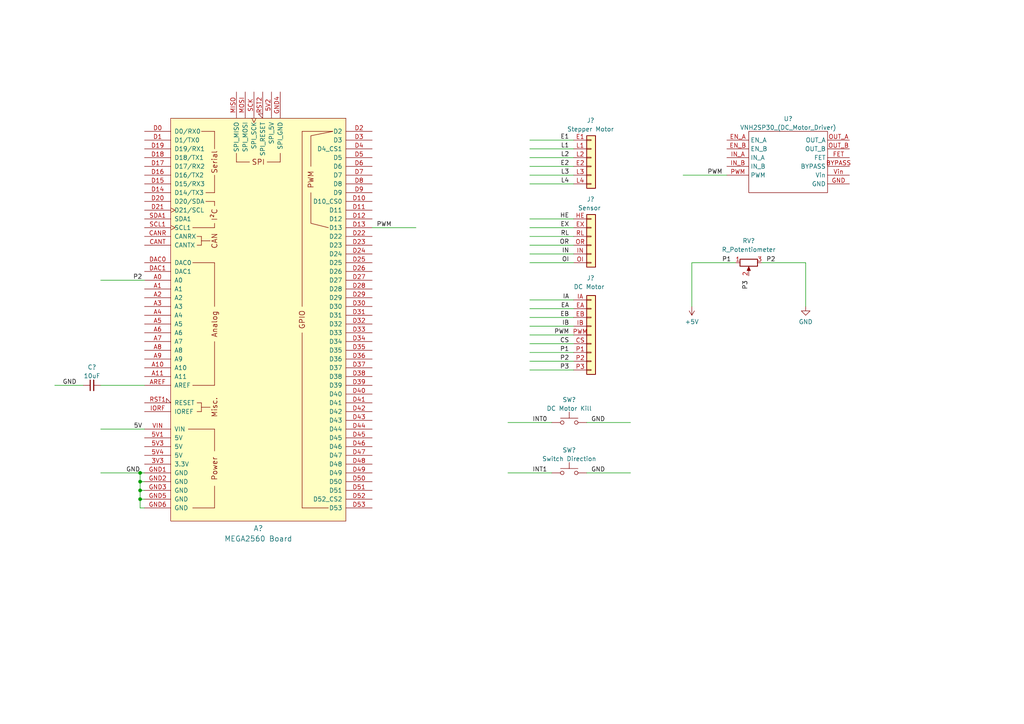
<source format=kicad_sch>
(kicad_sch (version 20211123) (generator eeschema)
  (paper "A4")
  (lib_symbols
    (symbol "Conn_01x06_1" (pin_names (offset 1.016) hide)
      (property "Reference" "J?" (at -1.27 10.795 0))
      (property "Value" "Conn_01x06_1" (at -3.81 8.255 0))
      (symbol "Conn_01x06_1_1_1"
        (rectangle (start -1.27 -7.493) (end 0 -7.747) (stroke (width 0.1524)))
        (rectangle (start -1.27 -4.953) (end 0 -5.207) (stroke (width 0.1524)))
        (rectangle (start -1.27 -2.413) (end 0 -2.667) (stroke (width 0.1524)))
        (rectangle (start -1.27 0.127) (end 0 -0.127) (stroke (width 0.1524)))
        (rectangle (start -1.27 2.667) (end 0 2.413) (stroke (width 0.1524)))
        (rectangle (start -1.27 5.207) (end 0 4.953) (stroke (width 0.1524)))
        (rectangle (start -1.27 6.35) (end 1.27 -8.89) (stroke (width 0.254)) (fill (type background)))
        (pin passive line (at -5.08 2.54 0) (length 3.81) (name "Pin_2") (number "EX"))
        (pin passive line (at -5.08 5.08 0) (length 3.81) (name "Pin_1") (number "HE"))
        (pin passive line (at -5.08 -5.08 0) (length 3.81) (name "Pin_5") (number "IN"))
        (pin passive line (at -5.08 -7.62 0) (length 3.81) (name "Pin_6") (number "OI"))
        (pin passive line (at -5.08 -2.54 0) (length 3.81) (name "Pin_4") (number "OR"))
        (pin passive line (at -5.08 0 0) (length 3.81) (name "Pin_3") (number "RL"))
      )
    )
    (symbol "Connector_Generic:Conn_01x06" (pin_names (offset 1.016) hide)
      (property "Reference" "J?" (at -1.27 10.795 0))
      (property "Value" "Stepper Motor" (at -6.985 8.255 0))
      (symbol "Conn_01x06_1_1"
        (rectangle (start -1.27 -7.493) (end 0 -7.747) (stroke (width 0.1524)))
        (rectangle (start -1.27 -4.953) (end 0 -5.207) (stroke (width 0.1524)))
        (rectangle (start -1.27 -2.413) (end 0 -2.667) (stroke (width 0.1524)))
        (rectangle (start -1.27 0.127) (end 0 -0.127) (stroke (width 0.1524)))
        (rectangle (start -1.27 2.667) (end 0 2.413) (stroke (width 0.1524)))
        (rectangle (start -1.27 5.207) (end 0 4.953) (stroke (width 0.1524)))
        (rectangle (start -1.27 6.35) (end 1.27 -8.89) (stroke (width 0.254)) (fill (type background)))
        (pin passive line (at -5.08 5.08 0) (length 3.81) (name "Pin_1") (number "E1"))
        (pin passive line (at -5.08 -2.54 0) (length 3.81) (name "Pin_4") (number "E2"))
        (pin passive line (at -5.08 2.54 0) (length 3.81) (name "Pin_2") (number "L1"))
        (pin passive line (at -5.08 0 0) (length 3.81) (name "Pin_3") (number "L2"))
        (pin passive line (at -5.08 -5.08 0) (length 3.81) (name "Pin_5") (number "L3"))
        (pin passive line (at -5.08 -7.62 0) (length 3.81) (name "Pin_6") (number "L4"))
      )
    )
    (symbol "Connector_Generic:Conn_01x09" (pin_names (offset 1.016) hide)
      (property "Reference" "J?" (at -1.27 16.51 0))
      (property "Value" "DC Motor" (at -5.08 13.97 0))
      (symbol "Conn_01x09_1_1"
        (rectangle (start -1.27 -10.033) (end 0 -10.287) (stroke (width 0.1524)))
        (rectangle (start -1.27 -7.493) (end 0 -7.747) (stroke (width 0.1524)))
        (rectangle (start -1.27 -4.953) (end 0 -5.207) (stroke (width 0.1524)))
        (rectangle (start -1.27 -2.413) (end 0 -2.667) (stroke (width 0.1524)))
        (rectangle (start -1.27 0.127) (end 0 -0.127) (stroke (width 0.1524)))
        (rectangle (start -1.27 2.667) (end 0 2.413) (stroke (width 0.1524)))
        (rectangle (start -1.27 5.207) (end 0 4.953) (stroke (width 0.1524)))
        (rectangle (start -1.27 7.747) (end 0 7.493) (stroke (width 0.1524)))
        (rectangle (start -1.27 10.287) (end 0 10.033) (stroke (width 0.1524)))
        (rectangle (start -1.27 11.43) (end 1.27 -11.43) (stroke (width 0.254)) (fill (type background)))
        (pin passive line (at -5.08 -2.54 0) (length 3.81) (name "Pin_6") (number "CS"))
        (pin passive line (at -5.08 7.62 0) (length 3.81) (name "Pin_2") (number "EA"))
        (pin passive line (at -5.08 5.08 0) (length 3.81) (name "Pin_3") (number "EB"))
        (pin passive line (at -5.08 10.16 0) (length 3.81) (name "EA") (number "IA"))
        (pin passive line (at -5.08 2.54 0) (length 3.81) (name "Pin_4") (number "IB"))
        (pin passive line (at -5.08 -5.08 0) (length 3.81) (name "Pin_7") (number "P1"))
        (pin passive line (at -5.08 -7.62 0) (length 3.81) (name "Pin_8") (number "P2"))
        (pin passive line (at -5.08 -10.16 0) (length 3.81) (name "Pin_9") (number "P3"))
        (pin passive line (at -5.08 0 0) (length 3.81) (name "Pin_5") (number "PWM"))
      )
    )
    (symbol "Device:C_Small" (pin_numbers hide) (pin_names (offset 0.254) hide)
      (property "Reference" "C" (at 0.254 1.778 0))
      (property "Value" "C_Small" (at 0.254 -2.032 0))
      (symbol "C_Small_0_1"
        (polyline (pts (xy -1.524 -0.508) (xy 1.524 -0.508)) (stroke (width 0.3302)))
        (polyline (pts (xy -1.524 0.508) (xy 1.524 0.508)) (stroke (width 0.3048)))
      )
      (symbol "C_Small_1_1"
        (pin passive line (at 0 2.54 270) (length 2.032) (name "~") (number "1"))
        (pin passive line (at 0 -2.54 90) (length 2.032) (name "~") (number "2"))
      )
    )
    (symbol "Device:R_Potentiometer" (pin_names (offset 1.016) hide)
      (property "Reference" "RV" (at -4.445 0 90))
      (property "Value" "R_Potentiometer" (at -2.54 0 90))
      (symbol "R_Potentiometer_0_1"
        (polyline (pts (xy 2.54 0) (xy 1.524 0)))
        (polyline (pts (xy 1.143 0) (xy 2.286 0.508) (xy 2.286 -0.508) (xy 1.143 0)) (fill (type outline)))
        (rectangle (start 1.016 2.54) (end -1.016 -2.54) (stroke (width 0.254)))
      )
      (symbol "R_Potentiometer_1_1"
        (pin passive line (at 0 3.81 270) (length 1.27) (name "1") (number "1"))
        (pin passive line (at 3.81 0 180) (length 1.27) (name "2") (number "2"))
        (pin passive line (at 0 -3.81 90) (length 1.27) (name "3") (number "3"))
      )
    )
    (symbol "Project:VNH2SP30_(DC_Motor_Driver)"
      (property "Reference" "U?" (at 0 3.649 0))
      (property "Value" "VNH2SP30_(DC_Motor_Driver)" (at 0 1.1121 0))
      (symbol "VNH2SP30_(DC_Motor_Driver)_0_1"
        (rectangle (start -11.43 0) (end 11.43 -17.78) (stroke (width 0.1524)))
      )
      (symbol "VNH2SP30_(DC_Motor_Driver)_1_1"
        (pin passive line (at 17.78 -10.16 180) (length 6.35) (name "BYPASS") (number "BYPASS"))
        (pin passive line (at -17.78 -2.54 0) (length 6.35) (name "EN_A") (number "EN_A"))
        (pin passive line (at -17.78 -5.08 0) (length 6.35) (name "EN_B") (number "EN_B"))
        (pin passive line (at 17.78 -7.62 180) (length 6.35) (name "FET") (number "FET"))
        (pin passive line (at 17.78 -15.24 180) (length 6.35) (name "GND") (number "GND"))
        (pin passive line (at -17.78 -7.62 0) (length 6.35) (name "IN_A") (number "IN_A"))
        (pin passive line (at -17.78 -10.16 0) (length 6.35) (name "IN_B") (number "IN_B"))
        (pin passive line (at 17.78 -2.54 180) (length 6.35) (name "OUT_A") (number "OUT_A"))
        (pin passive line (at 17.78 -5.08 180) (length 6.35) (name "OUT_B") (number "OUT_B"))
        (pin passive line (at -17.78 -12.7 0) (length 6.35) (name "PWM") (number "PWM"))
        (pin passive line (at 17.78 -12.7 180) (length 6.35) (name "Vin") (number "Vin"))
      )
    )
    (symbol "Switch:SW_Push" (pin_numbers hide) (pin_names (offset 1.016) hide)
      (property "Reference" "SW" (at 1.27 2.54 0))
      (property "Value" "SW_Push" (at 0 -1.524 0))
      (symbol "SW_Push_0_1"
        (circle (center -2.032 0) (radius 0.508))
        (polyline (pts (xy 0 1.27) (xy 0 3.048)))
        (polyline (pts (xy 2.54 1.27) (xy -2.54 1.27)))
        (circle (center 2.032 0) (radius 0.508))
        (pin passive line (at -5.08 0 0) (length 2.54) (name "1") (number "1"))
        (pin passive line (at 5.08 0 180) (length 2.54) (name "2") (number "2"))
      )
    )
    (symbol "arduino-library:Arduino_Due_Shield" (pin_names (offset 1.016))
      (property "Reference" "A" (at 0 -62.23 0))
      (property "Value" "Arduino_Due_Shield" (at 0 -66.04 0))
      (symbol "Arduino_Due_Shield_0_0"
        (rectangle (start -25.4 -58.42) (end 25.4 58.42) (fill (type background)))
        (rectangle (start -20.32 -31.75) (end -12.7 -31.75))
        (rectangle (start -19.05 -54.61) (end -12.7 -54.61))
        (rectangle (start -19.05 -19.05) (end -12.7 -19.05))
        (rectangle (start -19.05 16.51) (end -12.7 16.51))
        (rectangle (start -19.05 26.67) (end -12.7 26.67))
        (rectangle (start -17.78 -26.67) (end -16.51 -26.67))
        (rectangle (start -17.78 -24.13) (end -16.51 -24.13))
        (rectangle (start -17.78 21.59) (end -16.51 21.59))
        (rectangle (start -17.78 24.13) (end -16.51 24.13))
        (rectangle (start -16.51 -25.4) (end -13.97 -25.4))
        (rectangle (start -16.51 -24.13) (end -16.51 -26.67))
        (rectangle (start -16.51 22.86) (end -13.97 22.86))
        (rectangle (start -16.51 24.13) (end -16.51 21.59))
        (rectangle (start -16.51 54.61) (end -12.7 54.61))
        (rectangle (start -15.24 34.29) (end -12.7 34.29))
        (rectangle (start -15.24 36.83) (end -12.7 36.83))
        (rectangle (start -12.7 -54.61) (end -12.7 -48.26))
        (rectangle (start -12.7 -31.75) (end -12.7 -38.1))
        (rectangle (start -12.7 -6.35) (end -12.7 -19.05))
        (rectangle (start -12.7 16.51) (end -12.7 3.81))
        (rectangle (start -12.7 26.67) (end -12.7 27.94))
        (rectangle (start -12.7 34.29) (end -12.7 33.02))
        (rectangle (start -12.7 41.91) (end -12.7 36.83))
        (rectangle (start -12.7 49.53) (end -12.7 54.61))
        (rectangle (start -6.35 48.26) (end -6.35 45.72))
        (rectangle (start -2.54 45.72) (end -6.35 45.72))
        (polyline (pts (xy 12.7 -54.61) (xy 20.32 -54.61)))
        (polyline (pts (xy 21.59 54.61) (xy 12.7 54.61)))
        (polyline (pts (xy 15.24 44.45) (xy 15.24 53.34) (xy 21.59 54.61)))
        (polyline (pts (xy 20.32 26.67) (xy 15.24 27.94) (xy 15.24 36.83)))
        (rectangle (start 6.35 45.72) (end 2.54 45.72))
        (rectangle (start 6.35 48.26) (end 6.35 45.72))
        (text "Analog" (at -12.7 -1.27 900) (effects (font (size 1.524 1.524))))
        (text "CAN" (at -12.7 22.86 900) (effects (font (size 1.524 1.524))))
        (text "I²C" (at -12.7 30.48 900) (effects (font (size 1.524 1.524))))
        (text "Misc." (at -12.7 -25.4 900) (effects (font (size 1.524 1.524))))
        (text "Power" (at -12.7 -43.18 900) (effects (font (size 1.524 1.524))))
        (text "PWM" (at 15.24 40.64 900) (effects (font (size 1.524 1.524))))
        (text "Serial" (at -12.7 45.72 900) (effects (font (size 1.524 1.524))))
        (text "SPI" (at 0 45.72 0) (effects (font (size 1.524 1.524))))
      )
      (symbol "Arduino_Due_Shield_1_0"
        (rectangle (start 12.7 -54.61) (end 12.7 -3.81))
        (rectangle (start 12.7 54.61) (end 12.7 3.81))
        (text "GPIO" (at 12.7 0 900) (effects (font (size 1.524 1.524))))
      )
      (symbol "Arduino_Due_Shield_1_1"
        (pin power_out line (at -33.02 -41.91 0) (length 7.62) (name "3.3V") (number "3V3"))
        (pin power_in line (at -33.02 -34.29 0) (length 7.62) (name "5V") (number "5V1"))
        (pin power_in line (at 3.81 66.04 270) (length 7.62) (name "SPI_5V") (number "5V2"))
        (pin power_in line (at -33.02 -36.83 0) (length 7.62) (name "5V") (number "5V3"))
        (pin power_in line (at -33.02 -39.37 0) (length 7.62) (name "5V") (number "5V4"))
        (pin bidirectional line (at -33.02 11.43 0) (length 7.62) (name "A0") (number "A0"))
        (pin bidirectional line (at -33.02 8.89 0) (length 7.62) (name "A1") (number "A1"))
        (pin bidirectional line (at -33.02 -13.97 0) (length 7.62) (name "A10") (number "A10"))
        (pin bidirectional line (at -33.02 -16.51 0) (length 7.62) (name "A11") (number "A11"))
        (pin bidirectional line (at -33.02 6.35 0) (length 7.62) (name "A2") (number "A2"))
        (pin bidirectional line (at -33.02 3.81 0) (length 7.62) (name "A3") (number "A3"))
        (pin bidirectional line (at -33.02 1.27 0) (length 7.62) (name "A4") (number "A4"))
        (pin bidirectional line (at -33.02 -1.27 0) (length 7.62) (name "A5") (number "A5"))
        (pin bidirectional line (at -33.02 -3.81 0) (length 7.62) (name "A6") (number "A6"))
        (pin bidirectional line (at -33.02 -6.35 0) (length 7.62) (name "A7") (number "A7"))
        (pin bidirectional line (at -33.02 -8.89 0) (length 7.62) (name "A8") (number "A8"))
        (pin bidirectional line (at -33.02 -11.43 0) (length 7.62) (name "A9") (number "A9"))
        (pin input line (at -33.02 -19.05 0) (length 7.62) (name "AREF") (number "AREF"))
        (pin bidirectional line (at -33.02 24.13 0) (length 7.62) (name "CANRX") (number "CANR"))
        (pin bidirectional line (at -33.02 21.59 0) (length 7.62) (name "CANTX") (number "CANT"))
        (pin bidirectional line (at -33.02 54.61 0) (length 7.62) (name "D0/RX0") (number "D0"))
        (pin bidirectional line (at -33.02 52.07 0) (length 7.62) (name "D1/TX0") (number "D1"))
        (pin bidirectional line (at 33.02 34.29 180) (length 7.62) (name "D10_CS0") (number "D10"))
        (pin bidirectional line (at 33.02 31.75 180) (length 7.62) (name "D11") (number "D11"))
        (pin bidirectional line (at 33.02 29.21 180) (length 7.62) (name "D12") (number "D12"))
        (pin bidirectional line (at 33.02 26.67 180) (length 7.62) (name "D13") (number "D13"))
        (pin bidirectional line (at -33.02 36.83 0) (length 7.62) (name "D14/TX3") (number "D14"))
        (pin bidirectional line (at -33.02 39.37 0) (length 7.62) (name "D15/RX3") (number "D15"))
        (pin bidirectional line (at -33.02 41.91 0) (length 7.62) (name "D16/TX2") (number "D16"))
        (pin bidirectional line (at -33.02 44.45 0) (length 7.62) (name "D17/RX2") (number "D17"))
        (pin bidirectional line (at -33.02 46.99 0) (length 7.62) (name "D18/TX1") (number "D18"))
        (pin bidirectional line (at -33.02 49.53 0) (length 7.62) (name "D19/RX1") (number "D19"))
        (pin bidirectional line (at 33.02 54.61 180) (length 7.62) (name "D2") (number "D2"))
        (pin bidirectional line (at -33.02 34.29 0) (length 7.62) (name "D20/SDA") (number "D20"))
        (pin bidirectional clock (at -33.02 31.75 0) (length 7.62) (name "D21/SCL") (number "D21"))
        (pin bidirectional line (at 33.02 24.13 180) (length 7.62) (name "D22") (number "D22"))
        (pin bidirectional line (at 33.02 21.59 180) (length 7.62) (name "D23") (number "D23"))
        (pin bidirectional line (at 33.02 19.05 180) (length 7.62) (name "D24") (number "D24"))
        (pin bidirectional line (at 33.02 16.51 180) (length 7.62) (name "D25") (number "D25"))
        (pin bidirectional line (at 33.02 13.97 180) (length 7.62) (name "D26") (number "D26"))
        (pin bidirectional line (at 33.02 11.43 180) (length 7.62) (name "D27") (number "D27"))
        (pin bidirectional line (at 33.02 8.89 180) (length 7.62) (name "D28") (number "D28"))
        (pin bidirectional line (at 33.02 6.35 180) (length 7.62) (name "D29") (number "D29"))
        (pin bidirectional line (at 33.02 52.07 180) (length 7.62) (name "D3") (number "D3"))
        (pin bidirectional line (at 33.02 3.81 180) (length 7.62) (name "D30") (number "D30"))
        (pin bidirectional line (at 33.02 1.27 180) (length 7.62) (name "D31") (number "D31"))
        (pin bidirectional line (at 33.02 -1.27 180) (length 7.62) (name "D32") (number "D32"))
        (pin bidirectional line (at 33.02 -3.81 180) (length 7.62) (name "D33") (number "D33"))
        (pin bidirectional line (at 33.02 -6.35 180) (length 7.62) (name "D34") (number "D34"))
        (pin bidirectional line (at 33.02 -8.89 180) (length 7.62) (name "D35") (number "D35"))
        (pin bidirectional line (at 33.02 -11.43 180) (length 7.62) (name "D36") (number "D36"))
        (pin bidirectional line (at 33.02 -13.97 180) (length 7.62) (name "D37") (number "D37"))
        (pin bidirectional line (at 33.02 -16.51 180) (length 7.62) (name "D38") (number "D38"))
        (pin bidirectional line (at 33.02 -19.05 180) (length 7.62) (name "D39") (number "D39"))
        (pin bidirectional line (at 33.02 49.53 180) (length 7.62) (name "D4_CS1") (number "D4"))
        (pin bidirectional line (at 33.02 -21.59 180) (length 7.62) (name "D40") (number "D40"))
        (pin bidirectional line (at 33.02 -24.13 180) (length 7.62) (name "D41") (number "D41"))
        (pin bidirectional line (at 33.02 -26.67 180) (length 7.62) (name "D42") (number "D42"))
        (pin bidirectional line (at 33.02 -29.21 180) (length 7.62) (name "D43") (number "D43"))
        (pin bidirectional line (at 33.02 -31.75 180) (length 7.62) (name "D44") (number "D44"))
        (pin bidirectional line (at 33.02 -34.29 180) (length 7.62) (name "D45") (number "D45"))
        (pin bidirectional line (at 33.02 -36.83 180) (length 7.62) (name "D46") (number "D46"))
        (pin bidirectional line (at 33.02 -39.37 180) (length 7.62) (name "D47") (number "D47"))
        (pin bidirectional line (at 33.02 -41.91 180) (length 7.62) (name "D48") (number "D48"))
        (pin bidirectional line (at 33.02 -44.45 180) (length 7.62) (name "D49") (number "D49"))
        (pin bidirectional line (at 33.02 46.99 180) (length 7.62) (name "D5") (number "D5"))
        (pin bidirectional line (at 33.02 -46.99 180) (length 7.62) (name "D50") (number "D50"))
        (pin bidirectional line (at 33.02 -49.53 180) (length 7.62) (name "D51") (number "D51"))
        (pin bidirectional line (at 33.02 -52.07 180) (length 7.62) (name "D52_CS2") (number "D52"))
        (pin bidirectional line (at 33.02 -54.61 180) (length 7.62) (name "D53") (number "D53"))
        (pin bidirectional line (at 33.02 44.45 180) (length 7.62) (name "D6") (number "D6"))
        (pin bidirectional line (at 33.02 41.91 180) (length 7.62) (name "D7") (number "D7"))
        (pin bidirectional line (at 33.02 39.37 180) (length 7.62) (name "D8") (number "D8"))
        (pin bidirectional line (at 33.02 36.83 180) (length 7.62) (name "D9") (number "D9"))
        (pin bidirectional line (at -33.02 16.51 0) (length 7.62) (name "DAC0") (number "DAC0"))
        (pin bidirectional line (at -33.02 13.97 0) (length 7.62) (name "DAC1") (number "DAC1"))
        (pin power_in line (at -33.02 -44.45 0) (length 7.62) (name "GND") (number "GND1"))
        (pin power_in line (at -33.02 -46.99 0) (length 7.62) (name "GND") (number "GND2"))
        (pin power_in line (at -33.02 -49.53 0) (length 7.62) (name "GND") (number "GND3"))
        (pin power_in line (at 6.35 66.04 270) (length 7.62) (name "SPI_GND") (number "GND4"))
        (pin power_in line (at -33.02 -52.07 0) (length 7.62) (name "GND") (number "GND5"))
        (pin power_in line (at -33.02 -54.61 0) (length 7.62) (name "GND") (number "GND6"))
        (pin output line (at -33.02 -26.67 0) (length 7.62) (name "IOREF") (number "IORF"))
        (pin input line (at -6.35 66.04 270) (length 7.62) (name "SPI_MISO") (number "MISO"))
        (pin output line (at -3.81 66.04 270) (length 7.62) (name "SPI_MOSI") (number "MOSI"))
        (pin open_collector input_low (at -33.02 -24.13 0) (length 7.62) (name "RESET") (number "RST1"))
        (pin open_collector input_low (at 1.27 66.04 270) (length 7.62) (name "SPI_RESET") (number "RST2"))
        (pin output clock (at -1.27 66.04 270) (length 7.62) (name "SPI_SCK") (number "SCK"))
        (pin bidirectional clock (at -33.02 26.67 0) (length 7.62) (name "SCL1") (number "SCL1"))
        (pin bidirectional line (at -33.02 29.21 0) (length 7.62) (name "SDA1") (number "SDA1"))
        (pin power_in line (at -33.02 -31.75 0) (length 7.62) (name "VIN") (number "VIN"))
      )
    )
    (symbol "power:+5V" (power) (pin_names (offset 0))
      (property "Value" "+5V" (at 0 3.556 0))
      (symbol "+5V_0_1"
        (polyline (pts (xy -0.762 1.27) (xy 0 2.54)))
        (polyline (pts (xy 0 0) (xy 0 2.54)))
        (polyline (pts (xy 0 2.54) (xy 0.762 1.27)))
      )
      (symbol "+5V_1_1"
        (pin power_in line (at 0 0 90) (length 0) hide (name "+5V") (number "1"))
      )
    )
    (symbol "power:GND" (power) (pin_names (offset 0))
      (property "Value" "GND" (at 0 -3.81 0))
      (symbol "GND_0_1"
        (polyline (pts (xy 0 0) (xy 0 -1.27) (xy 1.27 -1.27) (xy 0 -2.54) (xy -1.27 -1.27) (xy 0 -1.27)))
      )
      (symbol "GND_1_1"
        (pin power_in line (at 0 0 270) (length 0) hide (name "GND") (number "1"))
      )
    )
  )
  (junction (at 40.64 137.16))
  (junction (at 40.64 139.7))
  (junction (at 40.64 142.24))
  (junction (at 40.64 144.78))
  (wire (pts (xy 153.67 63.5) (xy 166.37 63.5)))
  (wire (pts (xy 153.67 107.315) (xy 166.37 107.315)))
  (wire (pts (xy 182.88 137.16) (xy 170.18 137.16)))
  (wire (pts (xy 153.67 102.235) (xy 166.37 102.235)))
  (wire (pts (xy 153.67 89.535) (xy 166.37 89.535)))
  (wire (pts (xy 40.64 139.7) (xy 40.64 142.24)))
  (wire (pts (xy 182.88 122.555) (xy 170.18 122.555)))
  (wire (pts (xy 153.67 97.155) (xy 166.37 97.155)))
  (wire (pts (xy 40.64 142.24) (xy 41.91 142.24)))
  (wire (pts (xy 153.67 45.72) (xy 166.37 45.72)))
  (wire (pts (xy 40.64 144.78) (xy 40.64 147.32)))
  (wire (pts (xy 153.67 53.34) (xy 166.37 53.34)))
  (wire (pts (xy 153.67 104.775) (xy 166.37 104.775)))
  (wire (pts (xy 233.68 76.2) (xy 233.68 88.9)))
  (wire (pts (xy 153.67 66.04) (xy 166.37 66.04)))
  (wire (pts (xy 40.64 137.16) (xy 29.21 137.16)))
  (wire (pts (xy 41.91 137.16) (xy 40.64 137.16)))
  (wire (pts (xy 15.875 111.76) (xy 24.13 111.76)))
  (wire (pts (xy 153.67 50.8) (xy 166.37 50.8)))
  (wire (pts (xy 200.66 76.2) (xy 200.66 88.9)))
  (wire (pts (xy 153.67 73.66) (xy 166.37 73.66)))
  (wire (pts (xy 120.65 66.04) (xy 107.95 66.04)))
  (wire (pts (xy 153.67 40.64) (xy 166.37 40.64)))
  (wire (pts (xy 40.64 144.78) (xy 41.91 144.78)))
  (wire (pts (xy 153.67 43.18) (xy 166.37 43.18)))
  (wire (pts (xy 153.67 92.075) (xy 166.37 92.075)))
  (wire (pts (xy 153.67 94.615) (xy 166.37 94.615)))
  (wire (pts (xy 29.21 111.76) (xy 41.91 111.76)))
  (wire (pts (xy 41.91 124.46) (xy 29.21 124.46)))
  (wire (pts (xy 153.67 48.26) (xy 166.37 48.26)))
  (wire (pts (xy 147.32 137.16) (xy 160.02 137.16)))
  (wire (pts (xy 40.64 147.32) (xy 41.91 147.32)))
  (wire (pts (xy 41.91 81.28) (xy 29.21 81.28)))
  (wire (pts (xy 153.67 71.12) (xy 166.37 71.12)))
  (wire (pts (xy 40.64 139.7) (xy 41.91 139.7)))
  (wire (pts (xy 153.67 76.2) (xy 166.37 76.2)))
  (wire (pts (xy 147.32 122.555) (xy 160.02 122.555)))
  (wire (pts (xy 233.68 76.2) (xy 220.98 76.2)))
  (wire (pts (xy 153.67 68.58) (xy 166.37 68.58)))
  (wire (pts (xy 40.64 142.24) (xy 40.64 144.78)))
  (wire (pts (xy 200.66 76.2) (xy 213.36 76.2)))
  (wire (pts (xy 153.67 86.995) (xy 166.37 86.995)))
  (wire (pts (xy 40.64 137.16) (xy 40.64 139.7)))
  (wire (pts (xy 198.12 50.8) (xy 210.82 50.8)))
  (wire (pts (xy 153.67 99.695) (xy 166.37 99.695)))
  (label "GND" (at 40.64 137.16 180))
  (label "L4" (at 165.1 53.34 180))
  (label "E2" (at 165.1 48.26 180))
  (label "EB" (at 165.1 92.075 180))
  (label "CS" (at 165.1 99.695 180))
  (label "OI" (at 165.1 76.2 180))
  (label "5V" (at 41.275 124.46 180))
  (label "RL" (at 165.1 68.58 180))
  (label "PWM" (at 209.55 50.8 180))
  (label "IN" (at 165.1 73.66 180))
  (label "PWM" (at 165.1 97.155 180))
  (label "P1" (at 212.09 76.2 180))
  (label "EX" (at 165.1 66.04 180))
  (label "P2" (at 41.275 81.28 180))
  (label "INT0" (at 158.75 122.555 180))
  (label "EA" (at 165.1 89.535 180))
  (label "OR" (at 165.1 71.12 180))
  (label "P1" (at 165.1 102.235 180))
  (label "P2" (at 222.25 76.2 0))
  (label "E1" (at 165.1 40.64 180))
  (label "IB" (at 165.1 94.615 180))
  (label "P2" (at 165.1 104.775 180))
  (label "L1" (at 165.1 43.18 180))
  (label "INT1" (at 158.75 137.16 180))
  (label "GND" (at 22.225 111.76 180))
  (label "P3" (at 165.1 107.315 180))
  (label "PWM" (at 109.22 66.04 0))
  (label "P3" (at 217.17 81.28 270))
  (label "GND" (at 171.45 122.555 0))
  (label "IA" (at 165.1 86.995 180))
  (label "HE" (at 165.1 63.5 180))
  (label "L2" (at 165.1 45.72 180))
  (label "GND" (at 171.45 137.16 0))
  (label "L3" (at 165.1 50.8 180))
  (symbol (lib_id "power:GND") (at 233.68 88.9 0) (unit 1)
    (property "Reference" "#PWR?" (effects hide))
    (property "Value" "GND" (at 233.68 93.3434 0))
  )
  (symbol (lib_id "Device:C_Small") (at 26.67 111.76 90) (unit 1)
    (property "Reference" "C?" (at 26.6763 106.4981 90))
    (property "Value" "10uF" (at 26.6763 109.035 90))
  )
  (symbol (lib_id "power:+5V") (at 200.66 88.9 180) (unit 1)
    (property "Reference" "#PWR?" (effects hide))
    (property "Value" "+5V" (at 200.66 93.3434 0))
  )
  (symbol (lib_id "arduino-library:Arduino_Due_Shield") (at 74.93 92.71 0) (unit 1)
    (property "Reference" "A?" (at 74.93 153.2617 0) (effects (font (size 1.524 1.524))))
    (property "Value" "MEGA2560 Board" (at 74.93 156.2551 0) (effects (font (size 1.524 1.524))))
    (property "Footprint" "PCM_arduino-library:Arduino_Due_Shield" (effects hide))
    (property "Datasheet" "https://docs.arduino.cc/hardware/due" (effects hide))
  )
  (symbol (lib_id "Device:R_Potentiometer") (at 217.17 76.2 90) (mirror x) (unit 1)
    (property "Reference" "RV?" (at 217.17 69.85 90))
    (property "Value" "R_Potentiometer" (at 217.17 72.39 90))
  )
  (symbol (lib_id "Switch:SW_Push") (at 165.1 137.16 0) (unit 1)
    (property "Reference" "SW?" (at 165.1 130.5392 0))
    (property "Value" "Switch Direction" (at 165.1 133.0761 0))
  )
  (symbol (lib_id "Switch:SW_Push") (at 165.1 122.555 0) (unit 1)
    (property "Reference" "SW?" (at 165.1 115.9342 0))
    (property "Value" "DC Motor Kill" (at 165.1 118.4711 0))
  )
  (symbol (lib_id "Connector_Generic:Conn_01x06") (at 171.45 45.72 0) (unit 1)
    (property "Reference" "J?" (at 170.18 34.925 0) (effects (justify left)))
    (property "Value" "Stepper Motor" (at 164.465 37.465 0) (effects (justify left)))
  )
  (symbol (lib_name "Conn_01x06_1") (lib_id "Connector_Generic:Conn_01x06") (at 171.45 68.58 0) (unit 1)
    (property "Reference" "J?" (at 170.18 57.785 0) (effects (justify left)))
    (property "Value" "Sensor" (at 167.64 60.325 0) (effects (justify left)))
  )
  (symbol (lib_id "Connector_Generic:Conn_01x09") (at 171.45 97.155 0) (unit 1)
    (property "Reference" "J?" (at 170.18 80.645 0) (effects (justify left)))
    (property "Value" "DC Motor" (at 166.37 83.185 0) (effects (justify left)))
  )
  (symbol (lib_id "Project:VNH2SP30_(DC_Motor_Driver)") (at 228.6 38.1 0) (unit 1)
    (property "Reference" "U?" (at 228.6 34.451 0))
    (property "Value" "VNH2SP30_(DC_Motor_Driver)" (at 228.6 36.9879 0))
  )
)
</source>
